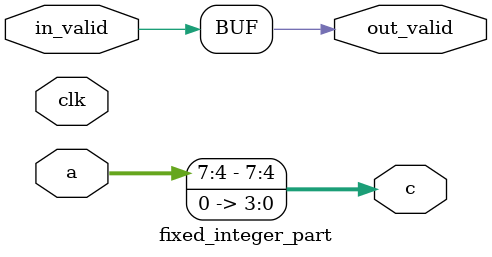
<source format=sv>
`timescale 1ns / 1ps


module fixed_integer_part
#(parameter BITS = 8, PRECISION = "FIXED_04_04")
(
input clk,
input in_valid,
input signed [BITS-1:0] a,
output out_valid,
output signed [BITS-1:0] c
);

parameter FRACTION = 10 * (PRECISION[15:8] - 8'h30) + PRECISION[7:0] - 8'h30;

assign out_valid = in_valid;
assign c = {a[BITS-1:FRACTION],{FRACTION{1'b0}}};

endmodule

</source>
